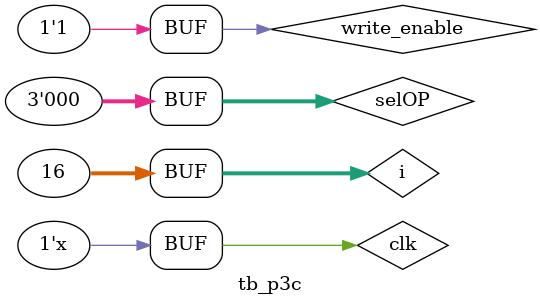
<source format=v>
module tb_p3c();
	wire[7:0] out, alu1, alu2;
	wire zero_flag;
	reg[7:0] data_in;
	reg clk, write_enable;
	reg[2:0] selOP;
	integer i;

	initial 
	begin
	clk=1;
	write_enable=1'b1;
	selOP=3'b000;
	for (i=0; i<=15; i=i+1)
	begin
		data_in=$urandom%2**8;
		#10;
	end
	end
	always #5 clk=~clk;

	p3c UUT(out, zero_flag, alu1, alu2, data_in, clk, write_enable, selOP);

endmodule
</source>
